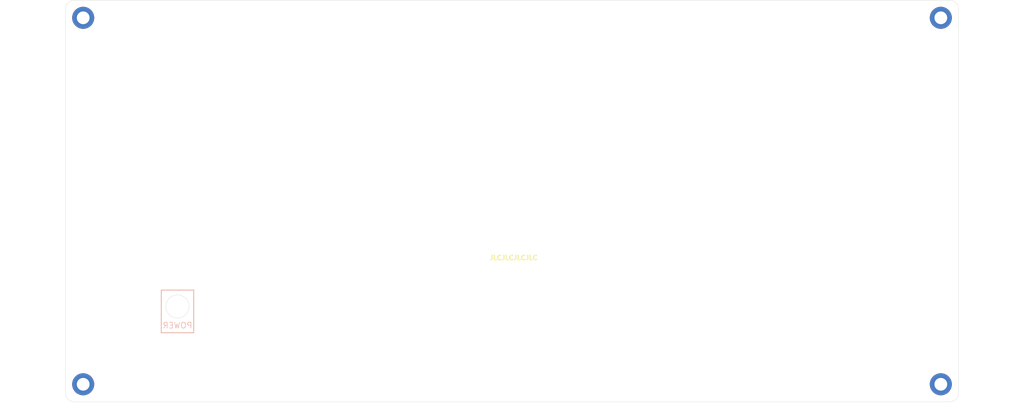
<source format=kicad_pcb>
(kicad_pcb (version 20171130) (host pcbnew "(5.1.6-0-10_14)")

  (general
    (thickness 1.6)
    (drawings 16)
    (tracks 0)
    (zones 0)
    (modules 4)
    (nets 1)
  )

  (page A4)
  (layers
    (0 F.Cu signal)
    (31 B.Cu signal)
    (32 B.Adhes user)
    (33 F.Adhes user)
    (34 B.Paste user)
    (35 F.Paste user)
    (36 B.SilkS user)
    (37 F.SilkS user)
    (38 B.Mask user)
    (39 F.Mask user)
    (40 Dwgs.User user)
    (41 Cmts.User user)
    (42 Eco1.User user)
    (43 Eco2.User user)
    (44 Edge.Cuts user)
    (45 Margin user)
    (46 B.CrtYd user)
    (47 F.CrtYd user)
    (48 B.Fab user)
    (49 F.Fab user)
  )

  (setup
    (last_trace_width 0.25)
    (user_trace_width 0.5)
    (user_trace_width 1)
    (trace_clearance 0.2)
    (zone_clearance 0.508)
    (zone_45_only no)
    (trace_min 0.2)
    (via_size 0.8)
    (via_drill 0.4)
    (via_min_size 0.4)
    (via_min_drill 0.3)
    (uvia_size 0.3)
    (uvia_drill 0.1)
    (uvias_allowed no)
    (uvia_min_size 0.2)
    (uvia_min_drill 0.1)
    (edge_width 0.05)
    (segment_width 0.2)
    (pcb_text_width 0.3)
    (pcb_text_size 1.5 1.5)
    (mod_edge_width 0.12)
    (mod_text_size 1 1)
    (mod_text_width 0.15)
    (pad_size 5 5)
    (pad_drill 5)
    (pad_to_mask_clearance 0.05)
    (aux_axis_origin 0 0)
    (visible_elements FFFFFFFF)
    (pcbplotparams
      (layerselection 0x010fc_ffffffff)
      (usegerberextensions false)
      (usegerberattributes true)
      (usegerberadvancedattributes true)
      (creategerberjobfile true)
      (excludeedgelayer true)
      (linewidth 0.100000)
      (plotframeref false)
      (viasonmask false)
      (mode 1)
      (useauxorigin false)
      (hpglpennumber 1)
      (hpglpenspeed 20)
      (hpglpendiameter 15.000000)
      (psnegative false)
      (psa4output false)
      (plotreference true)
      (plotvalue true)
      (plotinvisibletext false)
      (padsonsilk false)
      (subtractmaskfromsilk false)
      (outputformat 1)
      (mirror false)
      (drillshape 0)
      (scaleselection 1)
      (outputdirectory "gerber-back/"))
  )

  (net 0 "")

  (net_class Default "This is the default net class."
    (clearance 0.2)
    (trace_width 0.25)
    (via_dia 0.8)
    (via_drill 0.4)
    (uvia_dia 0.3)
    (uvia_drill 0.1)
  )

  (module MountingHole:MountingHole_2.2mm_M2_DIN965_Pad (layer F.Cu) (tedit 56D1B4CB) (tstamp 5F57FD67)
    (at 176.022 84.836)
    (descr "Mounting Hole 2.2mm, M2, DIN965")
    (tags "mounting hole 2.2mm m2 din965")
    (attr virtual)
    (fp_text reference REF** (at 0 -2.9) (layer F.SilkS) hide
      (effects (font (size 1 1) (thickness 0.15)))
    )
    (fp_text value MountingHole_2.2mm_M2_DIN965_Pad (at 0 2.9) (layer F.Fab)
      (effects (font (size 1 1) (thickness 0.15)))
    )
    (fp_circle (center 0 0) (end 1.9 0) (layer Cmts.User) (width 0.15))
    (fp_circle (center 0 0) (end 2.15 0) (layer F.CrtYd) (width 0.05))
    (fp_text user %R (at 0.3 0) (layer F.Fab)
      (effects (font (size 1 1) (thickness 0.15)))
    )
    (pad 1 thru_hole circle (at 0 0) (size 3.8 3.8) (drill 2.2) (layers *.Cu *.Mask))
  )

  (module MountingHole:MountingHole_2.2mm_M2_DIN965_Pad (layer F.Cu) (tedit 56D1B4CB) (tstamp 5F57FC95)
    (at 176.022 21.59)
    (descr "Mounting Hole 2.2mm, M2, DIN965")
    (tags "mounting hole 2.2mm m2 din965")
    (attr virtual)
    (fp_text reference REF** (at 0 -2.9) (layer F.SilkS) hide
      (effects (font (size 1 1) (thickness 0.15)))
    )
    (fp_text value MountingHole_2.2mm_M2_DIN965_Pad (at 0 2.9) (layer F.Fab)
      (effects (font (size 1 1) (thickness 0.15)))
    )
    (fp_circle (center 0 0) (end 1.9 0) (layer Cmts.User) (width 0.15))
    (fp_circle (center 0 0) (end 2.15 0) (layer F.CrtYd) (width 0.05))
    (fp_text user %R (at 0.3 0) (layer F.Fab)
      (effects (font (size 1 1) (thickness 0.15)))
    )
    (pad 1 thru_hole circle (at 0 0) (size 3.8 3.8) (drill 2.2) (layers *.Cu *.Mask))
  )

  (module MountingHole:MountingHole_2.2mm_M2_DIN965_Pad (layer F.Cu) (tedit 56D1B4CB) (tstamp 5F57F82D)
    (at 28.194 84.836)
    (descr "Mounting Hole 2.2mm, M2, DIN965")
    (tags "mounting hole 2.2mm m2 din965")
    (attr virtual)
    (fp_text reference REF** (at 0 -2.9) (layer F.SilkS) hide
      (effects (font (size 1 1) (thickness 0.15)))
    )
    (fp_text value MountingHole_2.2mm_M2_DIN965_Pad (at 0 2.9) (layer F.Fab)
      (effects (font (size 1 1) (thickness 0.15)))
    )
    (fp_circle (center 0 0) (end 1.9 0) (layer Cmts.User) (width 0.15))
    (fp_circle (center 0 0) (end 2.15 0) (layer F.CrtYd) (width 0.05))
    (fp_text user %R (at 0.3 0) (layer F.Fab)
      (effects (font (size 1 1) (thickness 0.15)))
    )
    (pad 1 thru_hole circle (at 0 0) (size 3.8 3.8) (drill 2.2) (layers *.Cu *.Mask))
  )

  (module MountingHole:MountingHole_2.2mm_M2_DIN965_Pad (layer F.Cu) (tedit 56D1B4CB) (tstamp 5F57F809)
    (at 28.194 21.59)
    (descr "Mounting Hole 2.2mm, M2, DIN965")
    (tags "mounting hole 2.2mm m2 din965")
    (attr virtual)
    (fp_text reference REF** (at 0 -2.9) (layer F.SilkS) hide
      (effects (font (size 1 1) (thickness 0.15)))
    )
    (fp_text value MountingHole_2.2mm_M2_DIN965_Pad (at 0 2.9) (layer F.Fab)
      (effects (font (size 1 1) (thickness 0.15)))
    )
    (fp_circle (center 0 0) (end 1.9 0) (layer Cmts.User) (width 0.15))
    (fp_circle (center 0 0) (end 2.15 0) (layer F.CrtYd) (width 0.05))
    (fp_text user %R (at 0.3 0) (layer F.Fab)
      (effects (font (size 1 1) (thickness 0.15)))
    )
    (pad 1 thru_hole circle (at 0 0) (size 3.8 3.8) (drill 2.2) (layers *.Cu *.Mask))
  )

  (gr_line (start 41.656 75.946) (end 41.656 75.692) (layer B.SilkS) (width 0.15) (tstamp 5F58C430))
  (gr_line (start 47.244 75.946) (end 41.656 75.946) (layer B.SilkS) (width 0.15))
  (gr_line (start 47.244 68.58) (end 47.244 75.946) (layer B.SilkS) (width 0.15))
  (gr_line (start 41.656 68.58) (end 47.244 68.58) (layer B.SilkS) (width 0.15))
  (gr_line (start 41.656 75.692) (end 41.656 68.58) (layer B.SilkS) (width 0.15))
  (gr_text POWER (at 44.45 74.676) (layer B.SilkS)
    (effects (font (size 1 1) (thickness 0.1)) (justify mirror))
  )
  (gr_text JLCJLCJLCJLC (at 102.362 62.992) (layer F.SilkS)
    (effects (font (size 0.8 0.8) (thickness 0.2)))
  )
  (gr_circle (center 44.45 71.406) (end 46.45 71.406) (layer Edge.Cuts) (width 0.05))
  (gr_arc (start 177.546 20.066) (end 179.07 20.066) (angle -90) (layer Edge.Cuts) (width 0.05))
  (gr_arc (start 177.546 86.36) (end 177.546 87.884) (angle -90) (layer Edge.Cuts) (width 0.05))
  (gr_arc (start 26.67 86.36) (end 25.146 86.36) (angle -90) (layer Edge.Cuts) (width 0.05) (tstamp 5F568D74))
  (gr_arc (start 26.67 20.066) (end 26.67 18.542) (angle -90) (layer Edge.Cuts) (width 0.05))
  (gr_line (start 179.07 20.066) (end 179.07 86.36) (layer Edge.Cuts) (width 0.05) (tstamp 5F568D2D))
  (gr_line (start 25.146 86.36) (end 25.146 20.066) (layer Edge.Cuts) (width 0.05) (tstamp 5F572B90))
  (gr_line (start 177.546 87.884) (end 26.67 87.884) (layer Edge.Cuts) (width 0.05) (tstamp 5F579FCB))
  (gr_line (start 26.67 18.542) (end 177.546 18.542) (layer Edge.Cuts) (width 0.05) (tstamp 5F569DBA))

)

</source>
